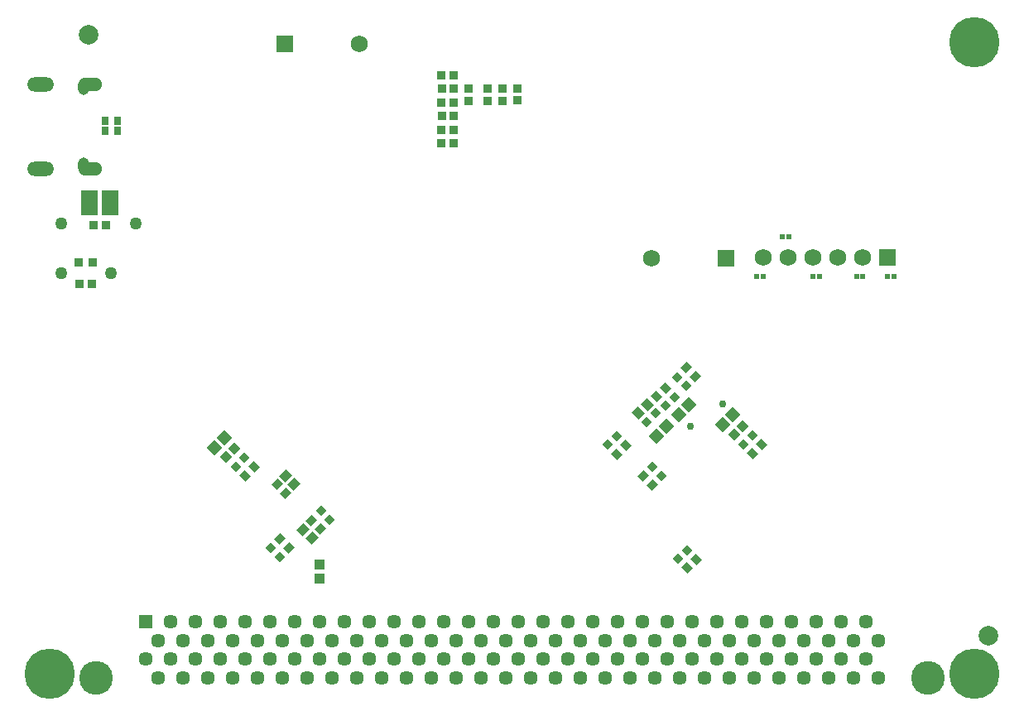
<source format=gbs>
G04*
G04 #@! TF.GenerationSoftware,Altium Limited,Altium Designer,23.5.1 (21)*
G04*
G04 Layer_Color=16711935*
%FSLAX43Y43*%
%MOMM*%
G71*
G04*
G04 #@! TF.SameCoordinates,091AA0F9-E177-443C-B5AA-68A9A74CA1F2*
G04*
G04*
G04 #@! TF.FilePolarity,Negative*
G04*
G01*
G75*
%ADD32R,0.807X0.858*%
%ADD47R,0.858X0.807*%
%ADD50R,0.958X0.912*%
G04:AMPARAMS|DCode=66|XSize=0.758mm|YSize=0.812mm|CornerRadius=0mm|HoleSize=0mm|Usage=FLASHONLY|Rotation=135.000|XOffset=0mm|YOffset=0mm|HoleType=Round|Shape=Rectangle|*
%AMROTATEDRECTD66*
4,1,4,0.555,0.019,-0.019,-0.555,-0.555,-0.019,0.019,0.555,0.555,0.019,0.0*
%
%ADD66ROTATEDRECTD66*%

G04:AMPARAMS|DCode=67|XSize=0.807mm|YSize=0.858mm|CornerRadius=0mm|HoleSize=0mm|Usage=FLASHONLY|Rotation=135.000|XOffset=0mm|YOffset=0mm|HoleType=Round|Shape=Rectangle|*
%AMROTATEDRECTD67*
4,1,4,0.589,0.018,-0.018,-0.589,-0.589,-0.018,0.018,0.589,0.589,0.018,0.0*
%
%ADD67ROTATEDRECTD67*%

G04:AMPARAMS|DCode=74|XSize=0.807mm|YSize=0.858mm|CornerRadius=0mm|HoleSize=0mm|Usage=FLASHONLY|Rotation=45.000|XOffset=0mm|YOffset=0mm|HoleType=Round|Shape=Rectangle|*
%AMROTATEDRECTD74*
4,1,4,0.018,-0.589,-0.589,0.018,-0.018,0.589,0.589,-0.018,0.018,-0.589,0.0*
%
%ADD74ROTATEDRECTD74*%

%ADD106C,0.750*%
G04:AMPARAMS|DCode=121|XSize=1mm|YSize=0.9mm|CornerRadius=0mm|HoleSize=0mm|Usage=FLASHONLY|Rotation=45.000|XOffset=0mm|YOffset=0mm|HoleType=Round|Shape=Rectangle|*
%AMROTATEDRECTD121*
4,1,4,-0.035,-0.672,-0.672,-0.035,0.035,0.672,0.672,0.035,-0.035,-0.672,0.0*
%
%ADD121ROTATEDRECTD121*%

%ADD126R,0.600X0.550*%
%ADD136C,2.000*%
%ADD146C,5.150*%
%ADD147C,3.450*%
%ADD148C,1.450*%
%ADD149R,1.450X1.450*%
%ADD150C,1.270*%
%ADD151C,0.150*%
%ADD152C,1.730*%
%ADD153R,1.730X1.730*%
%ADD154C,1.750*%
%ADD155R,1.750X1.750*%
%ADD156O,2.450X1.350*%
%ADD157O,1.150X1.650*%
%ADD158O,2.750X1.450*%
G04:AMPARAMS|DCode=180|XSize=0.905mm|YSize=0.906mm|CornerRadius=0mm|HoleSize=0mm|Usage=FLASHONLY|Rotation=225.000|XOffset=0mm|YOffset=0mm|HoleType=Round|Shape=Rectangle|*
%AMROTATEDRECTD180*
4,1,4,-0.000,0.640,0.640,-0.000,0.000,-0.640,-0.640,0.000,-0.000,0.640,0.0*
%
%ADD180ROTATEDRECTD180*%

%ADD183R,0.806X0.858*%
%ADD184R,0.906X0.905*%
%ADD185R,0.905X0.906*%
%ADD186R,1.703X2.606*%
G04:AMPARAMS|DCode=187|XSize=0.758mm|YSize=0.812mm|CornerRadius=0mm|HoleSize=0mm|Usage=FLASHONLY|Rotation=225.000|XOffset=0mm|YOffset=0mm|HoleType=Round|Shape=Rectangle|*
%AMROTATEDRECTD187*
4,1,4,-0.019,0.555,0.555,-0.019,0.019,-0.555,-0.555,0.019,-0.019,0.555,0.0*
%
%ADD187ROTATEDRECTD187*%

%ADD189R,0.750X0.950*%
%ADD190P,1.556X4X180.0*%
%ADD191R,1.100X1.100*%
G04:AMPARAMS|DCode=192|XSize=1mm|YSize=0.9mm|CornerRadius=0mm|HoleSize=0mm|Usage=FLASHONLY|Rotation=315.000|XOffset=0mm|YOffset=0mm|HoleType=Round|Shape=Rectangle|*
%AMROTATEDRECTD192*
4,1,4,-0.672,0.035,-0.035,0.672,0.672,-0.035,0.035,-0.672,-0.672,0.035,0.0*
%
%ADD192ROTATEDRECTD192*%

D32*
X42799Y58355D02*
D03*
X44051D02*
D03*
X42799Y61115D02*
D03*
X44051D02*
D03*
X7026Y42600D02*
D03*
X5774D02*
D03*
X7208Y48602D02*
D03*
X8459D02*
D03*
D47*
X45525Y61299D02*
D03*
Y62551D02*
D03*
X49012Y61321D02*
D03*
Y62572D02*
D03*
X47525Y61321D02*
D03*
Y62572D02*
D03*
D50*
X7127Y44800D02*
D03*
X5673D02*
D03*
D66*
X64369Y23857D02*
D03*
X65255Y22971D02*
D03*
X67808Y32163D02*
D03*
X66922Y33049D02*
D03*
X26238Y14645D02*
D03*
X25352Y15531D02*
D03*
X31343Y18457D02*
D03*
X30457Y19343D02*
D03*
D67*
X63432Y22920D02*
D03*
X64318Y22034D02*
D03*
X68745Y33101D02*
D03*
X67859Y33986D02*
D03*
X27175Y15583D02*
D03*
X26290Y16468D02*
D03*
X30393Y17507D02*
D03*
X29507Y18393D02*
D03*
X25957Y22053D02*
D03*
X26842Y21168D02*
D03*
D74*
X65667Y31931D02*
D03*
X64782Y31046D02*
D03*
X74612Y25239D02*
D03*
X75497Y26124D02*
D03*
X67920Y13504D02*
D03*
X68805Y14389D02*
D03*
X61625Y26059D02*
D03*
X60740Y25174D02*
D03*
X22707Y22957D02*
D03*
X23593Y23843D02*
D03*
D106*
X68261Y28000D02*
D03*
X71518Y30303D02*
D03*
D121*
X28633Y17467D02*
D03*
X29517Y16583D02*
D03*
X27725Y22053D02*
D03*
X26841Y22937D02*
D03*
D126*
X89050Y43300D02*
D03*
X88400Y43300D02*
D03*
X85875Y43300D02*
D03*
X85225Y43300D02*
D03*
X80775Y43300D02*
D03*
X81425D02*
D03*
X78300Y47400D02*
D03*
X77650Y47400D02*
D03*
X75700Y43300D02*
D03*
X75050D02*
D03*
D136*
X98700Y6600D02*
D03*
X6700Y68100D02*
D03*
D146*
X97300Y67300D02*
D03*
X2700Y2700D02*
D03*
X97300Y2700D02*
D03*
D147*
X92510Y2285D02*
D03*
X7420D02*
D03*
D148*
X87430D02*
D03*
X86160Y4190D02*
D03*
X84890Y2285D02*
D03*
X83620Y4190D02*
D03*
X82350Y2285D02*
D03*
X81080Y4190D02*
D03*
X79810Y2285D02*
D03*
X78540Y4190D02*
D03*
X77270Y2285D02*
D03*
X76000Y4190D02*
D03*
X74730Y2285D02*
D03*
X73460Y4190D02*
D03*
X72190Y2285D02*
D03*
X70920Y4190D02*
D03*
X69650Y2285D02*
D03*
X68380Y4190D02*
D03*
X67110Y2285D02*
D03*
X65840Y4190D02*
D03*
X64570Y2285D02*
D03*
X63300Y4190D02*
D03*
X62030Y2285D02*
D03*
X60760Y4190D02*
D03*
X59490Y2285D02*
D03*
X58220Y4190D02*
D03*
X56950Y2285D02*
D03*
X55680Y4190D02*
D03*
X54410Y2285D02*
D03*
X53140Y4190D02*
D03*
X51870Y2285D02*
D03*
X50600Y4190D02*
D03*
X49330Y2285D02*
D03*
X48060Y4190D02*
D03*
X46790Y2285D02*
D03*
X45520Y4190D02*
D03*
X44250Y2285D02*
D03*
X42980Y4190D02*
D03*
X41710Y2285D02*
D03*
X40440Y4190D02*
D03*
X39170Y2285D02*
D03*
X37900Y4190D02*
D03*
X36630Y2285D02*
D03*
X35360Y4190D02*
D03*
X34090Y2285D02*
D03*
X32820Y4190D02*
D03*
X31550Y2285D02*
D03*
X30280Y4190D02*
D03*
X27740D02*
D03*
X26470Y2285D02*
D03*
X25200Y4190D02*
D03*
X23930Y2285D02*
D03*
X22660Y4190D02*
D03*
X21390Y2285D02*
D03*
X20120Y4190D02*
D03*
X18850Y2285D02*
D03*
X17580Y4190D02*
D03*
X16310Y2285D02*
D03*
X15040Y4190D02*
D03*
X13770Y2285D02*
D03*
X12500Y4190D02*
D03*
X87430Y6095D02*
D03*
X86160Y8000D02*
D03*
X84890Y6095D02*
D03*
X83620Y8000D02*
D03*
X82350Y6095D02*
D03*
X81080Y8000D02*
D03*
X79810Y6095D02*
D03*
X78540Y8000D02*
D03*
X77270Y6095D02*
D03*
X76000Y8000D02*
D03*
X74730Y6095D02*
D03*
X73460Y8000D02*
D03*
X72190Y6095D02*
D03*
X70920Y8000D02*
D03*
X69650Y6095D02*
D03*
X68380Y8000D02*
D03*
X67110Y6095D02*
D03*
X65840Y8000D02*
D03*
X64570Y6095D02*
D03*
X63300Y8000D02*
D03*
X62030Y6095D02*
D03*
X60760Y8000D02*
D03*
X59490Y6095D02*
D03*
X58220Y8000D02*
D03*
X56950Y6095D02*
D03*
X55680Y8000D02*
D03*
X54410Y6095D02*
D03*
X53140Y8000D02*
D03*
X51870Y6095D02*
D03*
X50600Y8000D02*
D03*
X49330Y6095D02*
D03*
X48060Y8000D02*
D03*
X46790Y6095D02*
D03*
X45520Y8000D02*
D03*
X44250Y6095D02*
D03*
X42980Y8000D02*
D03*
X41710Y6095D02*
D03*
X40440Y8000D02*
D03*
X39170Y6095D02*
D03*
X37900Y8000D02*
D03*
X36630Y6095D02*
D03*
X35360Y8000D02*
D03*
X34090Y6095D02*
D03*
X32820Y8000D02*
D03*
X31550Y6095D02*
D03*
X29010D02*
D03*
X27740Y8000D02*
D03*
X26470Y6095D02*
D03*
X25200Y8000D02*
D03*
X23930Y6095D02*
D03*
X22660Y8000D02*
D03*
X21390Y6095D02*
D03*
X20120Y8000D02*
D03*
X18850Y6095D02*
D03*
X17580Y8000D02*
D03*
X16310Y6095D02*
D03*
X15040Y8000D02*
D03*
X13770Y6095D02*
D03*
X29010Y2285D02*
D03*
X30280Y8000D02*
D03*
D149*
X12500D02*
D03*
D150*
X9000Y43700D02*
D03*
X3920D02*
D03*
Y48780D02*
D03*
X11540D02*
D03*
D151*
X2700Y67300D02*
D03*
X4850Y62275D02*
D03*
X4915Y55075D02*
D03*
D152*
X34414Y67100D02*
D03*
X64290Y45200D02*
D03*
D153*
X26794Y67100D02*
D03*
X71910Y45200D02*
D03*
D154*
X75700Y45300D02*
D03*
X78240D02*
D03*
X80780D02*
D03*
X83320D02*
D03*
X85860D02*
D03*
D155*
X88400D02*
D03*
D156*
X6850Y62995D02*
D03*
Y54355D02*
D03*
D157*
X6200Y54655D02*
D03*
Y62695D02*
D03*
D158*
X1800Y62995D02*
D03*
Y54355D02*
D03*
D180*
X20750Y24875D02*
D03*
X21600Y25725D02*
D03*
X72738Y27149D02*
D03*
X73587Y27998D02*
D03*
D183*
X42799Y56975D02*
D03*
X44051D02*
D03*
X42799Y63875D02*
D03*
X44051D02*
D03*
D184*
X50525Y61370D02*
D03*
Y62571D02*
D03*
D185*
X42824Y59760D02*
D03*
X44026D02*
D03*
X42824Y62520D02*
D03*
X44026D02*
D03*
D186*
X6783Y50902D02*
D03*
X8884D02*
D03*
D187*
X66605Y30995D02*
D03*
X65718Y30108D02*
D03*
X63790Y28461D02*
D03*
X64677Y29347D02*
D03*
X73674Y26176D02*
D03*
X74560Y27062D02*
D03*
X66982Y14441D02*
D03*
X67868Y15327D02*
D03*
X60689Y26997D02*
D03*
X59802Y26110D02*
D03*
X21732Y23907D02*
D03*
X22618Y24793D02*
D03*
D189*
X9650Y59250D02*
D03*
X8350D02*
D03*
X9650Y58250D02*
D03*
X8350D02*
D03*
D190*
X68053Y30251D02*
D03*
X67028Y29225D02*
D03*
X64737Y26962D02*
D03*
X65763Y27988D02*
D03*
X71518Y28193D02*
D03*
X72543Y29218D02*
D03*
X19562Y25837D02*
D03*
X20588Y26863D02*
D03*
D191*
X30325Y13850D02*
D03*
X30325Y12400D02*
D03*
D192*
X63809Y30212D02*
D03*
X62925Y29329D02*
D03*
M02*

</source>
